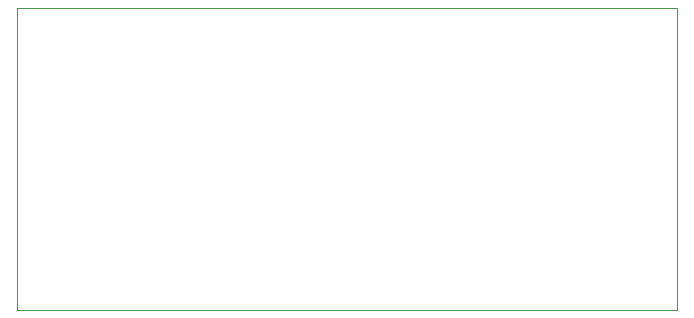
<source format=gbr>
%TF.GenerationSoftware,KiCad,Pcbnew,7.0.1*%
%TF.CreationDate,2023-05-27T07:40:05-07:00*%
%TF.ProjectId,Base-Flight-Computer-Test,42617365-2d46-46c6-9967-68742d436f6d,rev?*%
%TF.SameCoordinates,Original*%
%TF.FileFunction,Profile,NP*%
%FSLAX46Y46*%
G04 Gerber Fmt 4.6, Leading zero omitted, Abs format (unit mm)*
G04 Created by KiCad (PCBNEW 7.0.1) date 2023-05-27 07:40:05*
%MOMM*%
%LPD*%
G01*
G04 APERTURE LIST*
%TA.AperFunction,Profile*%
%ADD10C,0.100000*%
%TD*%
G04 APERTURE END LIST*
D10*
X106273600Y-79756000D02*
X162179000Y-79756000D01*
X162179000Y-105283000D01*
X106273600Y-105283000D01*
X106273600Y-79756000D01*
M02*

</source>
